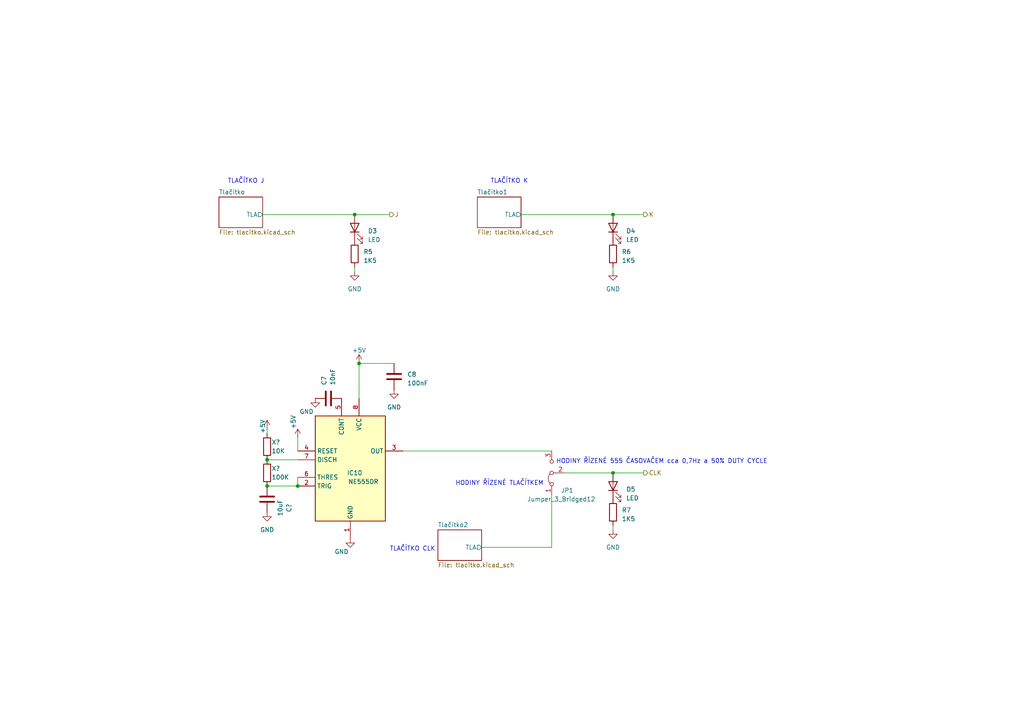
<source format=kicad_sch>
(kicad_sch
	(version 20231120)
	(generator "eeschema")
	(generator_version "8.0")
	(uuid "dec9c981-b85c-4487-8631-5b3443ab4a02")
	(paper "A4")
	(lib_symbols
		(symbol "AAAAAAAAAA:NE555DR"
			(exclude_from_sim no)
			(in_bom yes)
			(on_board yes)
			(property "Reference" "IC"
				(at 26.67 15.24 0)
				(effects
					(font
						(size 1.27 1.27)
					)
					(justify left top)
				)
			)
			(property "Value" "NE555DR"
				(at 26.67 12.7 0)
				(effects
					(font
						(size 1.27 1.27)
					)
					(justify left top)
				)
			)
			(property "Footprint" "SOIC127P600X175-8N"
				(at 26.67 -87.3 0)
				(effects
					(font
						(size 1.27 1.27)
					)
					(justify left top)
					(hide yes)
				)
			)
			(property "Datasheet" "https://g.componentsearchengine.com/Datasheets/0/6648.pdf"
				(at 26.67 -187.3 0)
				(effects
					(font
						(size 1.27 1.27)
					)
					(justify left top)
					(hide yes)
				)
			)
			(property "Description" "Single Precision Timer"
				(at 0 0 0)
				(effects
					(font
						(size 1.27 1.27)
					)
					(hide yes)
				)
			)
			(property "Height" "1.75"
				(at 26.67 -387.3 0)
				(effects
					(font
						(size 1.27 1.27)
					)
					(justify left top)
					(hide yes)
				)
			)
			(property "TME Electronic Components Part Number" ""
				(at 26.67 -487.3 0)
				(effects
					(font
						(size 1.27 1.27)
					)
					(justify left top)
					(hide yes)
				)
			)
			(property "TME Electronic Components Price/Stock" ""
				(at 26.67 -587.3 0)
				(effects
					(font
						(size 1.27 1.27)
					)
					(justify left top)
					(hide yes)
				)
			)
			(property "Manufacturer_Name" "Texas Instruments"
				(at 26.67 -687.3 0)
				(effects
					(font
						(size 1.27 1.27)
					)
					(justify left top)
					(hide yes)
				)
			)
			(property "Manufacturer_Part_Number" "NE555DR"
				(at 26.67 -787.3 0)
				(effects
					(font
						(size 1.27 1.27)
					)
					(justify left top)
					(hide yes)
				)
			)
			(symbol "NE555DR_1_1"
				(rectangle
					(start 5.08 10.16)
					(end 25.4 -20.32)
					(stroke
						(width 0.254)
						(type default)
					)
					(fill
						(type background)
					)
				)
				(pin passive line
					(at 15.24 -25.4 90)
					(length 5.08)
					(name "GND"
						(effects
							(font
								(size 1.27 1.27)
							)
						)
					)
					(number "1"
						(effects
							(font
								(size 1.27 1.27)
							)
						)
					)
				)
				(pin passive line
					(at 0 -10.16 0)
					(length 5.08)
					(name "TRIG"
						(effects
							(font
								(size 1.27 1.27)
							)
						)
					)
					(number "2"
						(effects
							(font
								(size 1.27 1.27)
							)
						)
					)
				)
				(pin passive line
					(at 30.48 0 180)
					(length 5.08)
					(name "OUT"
						(effects
							(font
								(size 1.27 1.27)
							)
						)
					)
					(number "3"
						(effects
							(font
								(size 1.27 1.27)
							)
						)
					)
				)
				(pin passive line
					(at 0 0 0)
					(length 5.08)
					(name "RESET"
						(effects
							(font
								(size 1.27 1.27)
							)
						)
					)
					(number "4"
						(effects
							(font
								(size 1.27 1.27)
							)
						)
					)
				)
				(pin passive line
					(at 12.7 15.24 270)
					(length 5.08)
					(name "CONT"
						(effects
							(font
								(size 1.27 1.27)
							)
						)
					)
					(number "5"
						(effects
							(font
								(size 1.27 1.27)
							)
						)
					)
				)
				(pin passive line
					(at 0 -7.62 0)
					(length 5.08)
					(name "THRES"
						(effects
							(font
								(size 1.27 1.27)
							)
						)
					)
					(number "6"
						(effects
							(font
								(size 1.27 1.27)
							)
						)
					)
				)
				(pin passive line
					(at 0 -2.54 0)
					(length 5.08)
					(name "DISCH"
						(effects
							(font
								(size 1.27 1.27)
							)
						)
					)
					(number "7"
						(effects
							(font
								(size 1.27 1.27)
							)
						)
					)
				)
				(pin passive line
					(at 17.78 15.24 270)
					(length 5.08)
					(name "VCC"
						(effects
							(font
								(size 1.27 1.27)
							)
						)
					)
					(number "8"
						(effects
							(font
								(size 1.27 1.27)
							)
						)
					)
				)
			)
		)
		(symbol "Device:C"
			(pin_numbers hide)
			(pin_names
				(offset 0.254)
			)
			(exclude_from_sim no)
			(in_bom yes)
			(on_board yes)
			(property "Reference" "C"
				(at 0.635 2.54 0)
				(effects
					(font
						(size 1.27 1.27)
					)
					(justify left)
				)
			)
			(property "Value" "C"
				(at 0.635 -2.54 0)
				(effects
					(font
						(size 1.27 1.27)
					)
					(justify left)
				)
			)
			(property "Footprint" ""
				(at 0.9652 -3.81 0)
				(effects
					(font
						(size 1.27 1.27)
					)
					(hide yes)
				)
			)
			(property "Datasheet" "~"
				(at 0 0 0)
				(effects
					(font
						(size 1.27 1.27)
					)
					(hide yes)
				)
			)
			(property "Description" "Unpolarized capacitor"
				(at 0 0 0)
				(effects
					(font
						(size 1.27 1.27)
					)
					(hide yes)
				)
			)
			(property "ki_keywords" "cap capacitor"
				(at 0 0 0)
				(effects
					(font
						(size 1.27 1.27)
					)
					(hide yes)
				)
			)
			(property "ki_fp_filters" "C_*"
				(at 0 0 0)
				(effects
					(font
						(size 1.27 1.27)
					)
					(hide yes)
				)
			)
			(symbol "C_0_1"
				(polyline
					(pts
						(xy -2.032 -0.762) (xy 2.032 -0.762)
					)
					(stroke
						(width 0.508)
						(type default)
					)
					(fill
						(type none)
					)
				)
				(polyline
					(pts
						(xy -2.032 0.762) (xy 2.032 0.762)
					)
					(stroke
						(width 0.508)
						(type default)
					)
					(fill
						(type none)
					)
				)
			)
			(symbol "C_1_1"
				(pin passive line
					(at 0 3.81 270)
					(length 2.794)
					(name "~"
						(effects
							(font
								(size 1.27 1.27)
							)
						)
					)
					(number "1"
						(effects
							(font
								(size 1.27 1.27)
							)
						)
					)
				)
				(pin passive line
					(at 0 -3.81 90)
					(length 2.794)
					(name "~"
						(effects
							(font
								(size 1.27 1.27)
							)
						)
					)
					(number "2"
						(effects
							(font
								(size 1.27 1.27)
							)
						)
					)
				)
			)
		)
		(symbol "Device:LED"
			(pin_numbers hide)
			(pin_names
				(offset 1.016) hide)
			(exclude_from_sim no)
			(in_bom yes)
			(on_board yes)
			(property "Reference" "D"
				(at 0 2.54 0)
				(effects
					(font
						(size 1.27 1.27)
					)
				)
			)
			(property "Value" "LED"
				(at 0 -2.54 0)
				(effects
					(font
						(size 1.27 1.27)
					)
				)
			)
			(property "Footprint" ""
				(at 0 0 0)
				(effects
					(font
						(size 1.27 1.27)
					)
					(hide yes)
				)
			)
			(property "Datasheet" "~"
				(at 0 0 0)
				(effects
					(font
						(size 1.27 1.27)
					)
					(hide yes)
				)
			)
			(property "Description" "Light emitting diode"
				(at 0 0 0)
				(effects
					(font
						(size 1.27 1.27)
					)
					(hide yes)
				)
			)
			(property "ki_keywords" "LED diode"
				(at 0 0 0)
				(effects
					(font
						(size 1.27 1.27)
					)
					(hide yes)
				)
			)
			(property "ki_fp_filters" "LED* LED_SMD:* LED_THT:*"
				(at 0 0 0)
				(effects
					(font
						(size 1.27 1.27)
					)
					(hide yes)
				)
			)
			(symbol "LED_0_1"
				(polyline
					(pts
						(xy -1.27 -1.27) (xy -1.27 1.27)
					)
					(stroke
						(width 0.254)
						(type default)
					)
					(fill
						(type none)
					)
				)
				(polyline
					(pts
						(xy -1.27 0) (xy 1.27 0)
					)
					(stroke
						(width 0)
						(type default)
					)
					(fill
						(type none)
					)
				)
				(polyline
					(pts
						(xy 1.27 -1.27) (xy 1.27 1.27) (xy -1.27 0) (xy 1.27 -1.27)
					)
					(stroke
						(width 0.254)
						(type default)
					)
					(fill
						(type none)
					)
				)
				(polyline
					(pts
						(xy -3.048 -0.762) (xy -4.572 -2.286) (xy -3.81 -2.286) (xy -4.572 -2.286) (xy -4.572 -1.524)
					)
					(stroke
						(width 0)
						(type default)
					)
					(fill
						(type none)
					)
				)
				(polyline
					(pts
						(xy -1.778 -0.762) (xy -3.302 -2.286) (xy -2.54 -2.286) (xy -3.302 -2.286) (xy -3.302 -1.524)
					)
					(stroke
						(width 0)
						(type default)
					)
					(fill
						(type none)
					)
				)
			)
			(symbol "LED_1_1"
				(pin passive line
					(at -3.81 0 0)
					(length 2.54)
					(name "K"
						(effects
							(font
								(size 1.27 1.27)
							)
						)
					)
					(number "1"
						(effects
							(font
								(size 1.27 1.27)
							)
						)
					)
				)
				(pin passive line
					(at 3.81 0 180)
					(length 2.54)
					(name "A"
						(effects
							(font
								(size 1.27 1.27)
							)
						)
					)
					(number "2"
						(effects
							(font
								(size 1.27 1.27)
							)
						)
					)
				)
			)
		)
		(symbol "Device:R"
			(pin_numbers hide)
			(pin_names
				(offset 0)
			)
			(exclude_from_sim no)
			(in_bom yes)
			(on_board yes)
			(property "Reference" "R"
				(at 2.032 0 90)
				(effects
					(font
						(size 1.27 1.27)
					)
				)
			)
			(property "Value" "R"
				(at 0 0 90)
				(effects
					(font
						(size 1.27 1.27)
					)
				)
			)
			(property "Footprint" ""
				(at -1.778 0 90)
				(effects
					(font
						(size 1.27 1.27)
					)
					(hide yes)
				)
			)
			(property "Datasheet" "~"
				(at 0 0 0)
				(effects
					(font
						(size 1.27 1.27)
					)
					(hide yes)
				)
			)
			(property "Description" "Resistor"
				(at 0 0 0)
				(effects
					(font
						(size 1.27 1.27)
					)
					(hide yes)
				)
			)
			(property "ki_keywords" "R res resistor"
				(at 0 0 0)
				(effects
					(font
						(size 1.27 1.27)
					)
					(hide yes)
				)
			)
			(property "ki_fp_filters" "R_*"
				(at 0 0 0)
				(effects
					(font
						(size 1.27 1.27)
					)
					(hide yes)
				)
			)
			(symbol "R_0_1"
				(rectangle
					(start -1.016 -2.54)
					(end 1.016 2.54)
					(stroke
						(width 0.254)
						(type default)
					)
					(fill
						(type none)
					)
				)
			)
			(symbol "R_1_1"
				(pin passive line
					(at 0 3.81 270)
					(length 1.27)
					(name "~"
						(effects
							(font
								(size 1.27 1.27)
							)
						)
					)
					(number "1"
						(effects
							(font
								(size 1.27 1.27)
							)
						)
					)
				)
				(pin passive line
					(at 0 -3.81 90)
					(length 1.27)
					(name "~"
						(effects
							(font
								(size 1.27 1.27)
							)
						)
					)
					(number "2"
						(effects
							(font
								(size 1.27 1.27)
							)
						)
					)
				)
			)
		)
		(symbol "GND_1"
			(power)
			(pin_names
				(offset 0)
			)
			(exclude_from_sim no)
			(in_bom yes)
			(on_board yes)
			(property "Reference" "#PWR"
				(at 0 -6.35 0)
				(effects
					(font
						(size 1.27 1.27)
					)
					(hide yes)
				)
			)
			(property "Value" "GND_1"
				(at 0 -3.81 0)
				(effects
					(font
						(size 1.27 1.27)
					)
				)
			)
			(property "Footprint" ""
				(at 0 0 0)
				(effects
					(font
						(size 1.27 1.27)
					)
					(hide yes)
				)
			)
			(property "Datasheet" ""
				(at 0 0 0)
				(effects
					(font
						(size 1.27 1.27)
					)
					(hide yes)
				)
			)
			(property "Description" "Power symbol creates a global label with name \"GND\" , ground"
				(at 0 0 0)
				(effects
					(font
						(size 1.27 1.27)
					)
					(hide yes)
				)
			)
			(property "ki_keywords" "global power"
				(at 0 0 0)
				(effects
					(font
						(size 1.27 1.27)
					)
					(hide yes)
				)
			)
			(symbol "GND_1_0_1"
				(polyline
					(pts
						(xy 0 0) (xy 0 -1.27) (xy 1.27 -1.27) (xy 0 -2.54) (xy -1.27 -1.27) (xy 0 -1.27)
					)
					(stroke
						(width 0)
						(type default)
					)
					(fill
						(type none)
					)
				)
			)
			(symbol "GND_1_1_1"
				(pin power_in line
					(at 0 0 270)
					(length 0) hide
					(name "GND"
						(effects
							(font
								(size 1.27 1.27)
							)
						)
					)
					(number "1"
						(effects
							(font
								(size 1.27 1.27)
							)
						)
					)
				)
			)
		)
		(symbol "Jumper:Jumper_3_Bridged12"
			(pin_names
				(offset 0) hide)
			(exclude_from_sim no)
			(in_bom yes)
			(on_board yes)
			(property "Reference" "JP"
				(at -2.54 -2.54 0)
				(effects
					(font
						(size 1.27 1.27)
					)
				)
			)
			(property "Value" "Jumper_3_Bridged12"
				(at 0 2.794 0)
				(effects
					(font
						(size 1.27 1.27)
					)
				)
			)
			(property "Footprint" ""
				(at 0 0 0)
				(effects
					(font
						(size 1.27 1.27)
					)
					(hide yes)
				)
			)
			(property "Datasheet" "~"
				(at 0 0 0)
				(effects
					(font
						(size 1.27 1.27)
					)
					(hide yes)
				)
			)
			(property "Description" "Jumper, 3-pole, pins 1+2 closed/bridged"
				(at 0 0 0)
				(effects
					(font
						(size 1.27 1.27)
					)
					(hide yes)
				)
			)
			(property "ki_keywords" "Jumper SPDT"
				(at 0 0 0)
				(effects
					(font
						(size 1.27 1.27)
					)
					(hide yes)
				)
			)
			(property "ki_fp_filters" "Jumper* TestPoint*3Pads* TestPoint*Bridge*"
				(at 0 0 0)
				(effects
					(font
						(size 1.27 1.27)
					)
					(hide yes)
				)
			)
			(symbol "Jumper_3_Bridged12_0_0"
				(circle
					(center -3.302 0)
					(radius 0.508)
					(stroke
						(width 0)
						(type default)
					)
					(fill
						(type none)
					)
				)
				(circle
					(center 0 0)
					(radius 0.508)
					(stroke
						(width 0)
						(type default)
					)
					(fill
						(type none)
					)
				)
				(circle
					(center 3.302 0)
					(radius 0.508)
					(stroke
						(width 0)
						(type default)
					)
					(fill
						(type none)
					)
				)
			)
			(symbol "Jumper_3_Bridged12_0_1"
				(arc
					(start -0.254 0.508)
					(mid -1.651 0.9912)
					(end -3.048 0.508)
					(stroke
						(width 0)
						(type default)
					)
					(fill
						(type none)
					)
				)
				(polyline
					(pts
						(xy 0 -1.27) (xy 0 -0.508)
					)
					(stroke
						(width 0)
						(type default)
					)
					(fill
						(type none)
					)
				)
			)
			(symbol "Jumper_3_Bridged12_1_1"
				(pin passive line
					(at -6.35 0 0)
					(length 2.54)
					(name "A"
						(effects
							(font
								(size 1.27 1.27)
							)
						)
					)
					(number "1"
						(effects
							(font
								(size 1.27 1.27)
							)
						)
					)
				)
				(pin passive line
					(at 0 -3.81 90)
					(length 2.54)
					(name "C"
						(effects
							(font
								(size 1.27 1.27)
							)
						)
					)
					(number "2"
						(effects
							(font
								(size 1.27 1.27)
							)
						)
					)
				)
				(pin passive line
					(at 6.35 0 180)
					(length 2.54)
					(name "B"
						(effects
							(font
								(size 1.27 1.27)
							)
						)
					)
					(number "3"
						(effects
							(font
								(size 1.27 1.27)
							)
						)
					)
				)
			)
		)
		(symbol "power:+5V"
			(power)
			(pin_names
				(offset 0)
			)
			(exclude_from_sim no)
			(in_bom yes)
			(on_board yes)
			(property "Reference" "#PWR"
				(at 0 -3.81 0)
				(effects
					(font
						(size 1.27 1.27)
					)
					(hide yes)
				)
			)
			(property "Value" "+5V"
				(at 0 3.556 0)
				(effects
					(font
						(size 1.27 1.27)
					)
				)
			)
			(property "Footprint" ""
				(at 0 0 0)
				(effects
					(font
						(size 1.27 1.27)
					)
					(hide yes)
				)
			)
			(property "Datasheet" ""
				(at 0 0 0)
				(effects
					(font
						(size 1.27 1.27)
					)
					(hide yes)
				)
			)
			(property "Description" "Power symbol creates a global label with name \"+5V\""
				(at 0 0 0)
				(effects
					(font
						(size 1.27 1.27)
					)
					(hide yes)
				)
			)
			(property "ki_keywords" "global power"
				(at 0 0 0)
				(effects
					(font
						(size 1.27 1.27)
					)
					(hide yes)
				)
			)
			(symbol "+5V_0_1"
				(polyline
					(pts
						(xy -0.762 1.27) (xy 0 2.54)
					)
					(stroke
						(width 0)
						(type default)
					)
					(fill
						(type none)
					)
				)
				(polyline
					(pts
						(xy 0 0) (xy 0 2.54)
					)
					(stroke
						(width 0)
						(type default)
					)
					(fill
						(type none)
					)
				)
				(polyline
					(pts
						(xy 0 2.54) (xy 0.762 1.27)
					)
					(stroke
						(width 0)
						(type default)
					)
					(fill
						(type none)
					)
				)
			)
			(symbol "+5V_1_1"
				(pin power_in line
					(at 0 0 90)
					(length 0) hide
					(name "+5V"
						(effects
							(font
								(size 1.27 1.27)
							)
						)
					)
					(number "1"
						(effects
							(font
								(size 1.27 1.27)
							)
						)
					)
				)
			)
		)
		(symbol "power:GND"
			(power)
			(pin_names
				(offset 0)
			)
			(exclude_from_sim no)
			(in_bom yes)
			(on_board yes)
			(property "Reference" "#PWR"
				(at 0 -6.35 0)
				(effects
					(font
						(size 1.27 1.27)
					)
					(hide yes)
				)
			)
			(property "Value" "GND"
				(at 0 -3.81 0)
				(effects
					(font
						(size 1.27 1.27)
					)
				)
			)
			(property "Footprint" ""
				(at 0 0 0)
				(effects
					(font
						(size 1.27 1.27)
					)
					(hide yes)
				)
			)
			(property "Datasheet" ""
				(at 0 0 0)
				(effects
					(font
						(size 1.27 1.27)
					)
					(hide yes)
				)
			)
			(property "Description" "Power symbol creates a global label with name \"GND\" , ground"
				(at 0 0 0)
				(effects
					(font
						(size 1.27 1.27)
					)
					(hide yes)
				)
			)
			(property "ki_keywords" "global power"
				(at 0 0 0)
				(effects
					(font
						(size 1.27 1.27)
					)
					(hide yes)
				)
			)
			(symbol "GND_0_1"
				(polyline
					(pts
						(xy 0 0) (xy 0 -1.27) (xy 1.27 -1.27) (xy 0 -2.54) (xy -1.27 -1.27) (xy 0 -1.27)
					)
					(stroke
						(width 0)
						(type default)
					)
					(fill
						(type none)
					)
				)
			)
			(symbol "GND_1_1"
				(pin power_in line
					(at 0 0 270)
					(length 0) hide
					(name "GND"
						(effects
							(font
								(size 1.27 1.27)
							)
						)
					)
					(number "1"
						(effects
							(font
								(size 1.27 1.27)
							)
						)
					)
				)
			)
		)
	)
	(junction
		(at 86.36 140.97)
		(diameter 0)
		(color 0 0 0 0)
		(uuid "0f831db6-4c8a-4b7a-8b26-ee0466f26c6c")
	)
	(junction
		(at 177.8 62.23)
		(diameter 0)
		(color 0 0 0 0)
		(uuid "257e05f8-7308-47c1-a62c-d7c3717ccc31")
	)
	(junction
		(at 102.87 62.23)
		(diameter 0)
		(color 0 0 0 0)
		(uuid "57c452fc-cd2a-4027-b62c-4a7ebb47f134")
	)
	(junction
		(at 77.47 133.35)
		(diameter 0)
		(color 0 0 0 0)
		(uuid "6530478d-de91-4d69-9cb7-06ca941e02bc")
	)
	(junction
		(at 104.14 105.41)
		(diameter 0)
		(color 0 0 0 0)
		(uuid "694f2e8e-caf8-4c57-8cab-8062200c75f6")
	)
	(junction
		(at 77.47 140.97)
		(diameter 0)
		(color 0 0 0 0)
		(uuid "c6f8d2cf-5623-4043-8921-061263929969")
	)
	(junction
		(at 177.8 137.16)
		(diameter 0)
		(color 0 0 0 0)
		(uuid "d9613b90-593f-4307-9c1c-66f9fc49a518")
	)
	(wire
		(pts
			(xy 116.84 130.81) (xy 160.02 130.81)
		)
		(stroke
			(width 0)
			(type default)
		)
		(uuid "10c80c19-2a99-4d26-9cfe-1f7d4540ee0d")
	)
	(wire
		(pts
			(xy 163.83 137.16) (xy 177.8 137.16)
		)
		(stroke
			(width 0)
			(type default)
		)
		(uuid "3461600c-7fa2-440e-90d9-550a56b2be92")
	)
	(wire
		(pts
			(xy 77.47 124.46) (xy 77.47 125.73)
		)
		(stroke
			(width 0)
			(type default)
		)
		(uuid "3acba918-d222-42af-8d51-411d1bc7db1f")
	)
	(wire
		(pts
			(xy 151.13 62.23) (xy 177.8 62.23)
		)
		(stroke
			(width 0)
			(type default)
		)
		(uuid "5847714d-a7b5-4ad9-9e9e-af13badd953a")
	)
	(wire
		(pts
			(xy 77.47 133.35) (xy 86.36 133.35)
		)
		(stroke
			(width 0)
			(type default)
		)
		(uuid "6664db4f-45b3-4508-8133-d642ef12f7e8")
	)
	(wire
		(pts
			(xy 177.8 78.74) (xy 177.8 77.47)
		)
		(stroke
			(width 0)
			(type default)
		)
		(uuid "74b524ed-3f6f-4f6a-86d0-229ecf9e6db7")
	)
	(wire
		(pts
			(xy 102.87 62.23) (xy 113.03 62.23)
		)
		(stroke
			(width 0)
			(type default)
		)
		(uuid "74cc35e9-00df-4943-9854-ad3caf319333")
	)
	(wire
		(pts
			(xy 177.8 62.23) (xy 186.69 62.23)
		)
		(stroke
			(width 0)
			(type default)
		)
		(uuid "7b4fe8d7-4d8f-4dbc-98d6-aa70c10c6dfc")
	)
	(wire
		(pts
			(xy 104.14 105.41) (xy 114.3 105.41)
		)
		(stroke
			(width 0)
			(type default)
		)
		(uuid "7f7cb521-7483-4de0-9886-f69041890c02")
	)
	(wire
		(pts
			(xy 177.8 137.16) (xy 186.69 137.16)
		)
		(stroke
			(width 0)
			(type default)
		)
		(uuid "8142441f-6cc5-4a2e-9bae-e0f7bdf60d76")
	)
	(wire
		(pts
			(xy 104.14 105.41) (xy 104.14 115.57)
		)
		(stroke
			(width 0)
			(type default)
		)
		(uuid "83db3652-1941-4156-a0b6-4f25ec725072")
	)
	(wire
		(pts
			(xy 160.02 143.51) (xy 160.02 158.75)
		)
		(stroke
			(width 0)
			(type default)
		)
		(uuid "9c27a89d-3980-43e1-a7d0-9b30022c2601")
	)
	(wire
		(pts
			(xy 77.47 140.97) (xy 86.36 140.97)
		)
		(stroke
			(width 0)
			(type default)
		)
		(uuid "a31082ec-f7e7-4e43-a023-9cb5cf9f9722")
	)
	(wire
		(pts
			(xy 86.36 127) (xy 86.36 130.81)
		)
		(stroke
			(width 0)
			(type default)
		)
		(uuid "a585f2fc-991a-4865-97a7-307e0c7960f4")
	)
	(wire
		(pts
			(xy 139.7 158.75) (xy 160.02 158.75)
		)
		(stroke
			(width 0)
			(type default)
		)
		(uuid "aaa486f4-85cf-43c1-8be6-17c3d41a09d2")
	)
	(wire
		(pts
			(xy 86.36 138.43) (xy 86.36 140.97)
		)
		(stroke
			(width 0)
			(type default)
		)
		(uuid "b0ca7a34-4c92-4e78-b391-14a5a9fd1cd9")
	)
	(wire
		(pts
			(xy 177.8 153.67) (xy 177.8 152.4)
		)
		(stroke
			(width 0)
			(type default)
		)
		(uuid "c7501f05-849f-40e1-8add-935b385438b4")
	)
	(wire
		(pts
			(xy 76.2 62.23) (xy 102.87 62.23)
		)
		(stroke
			(width 0)
			(type default)
		)
		(uuid "d5b30f36-a587-44d2-9fb4-622d573135bf")
	)
	(wire
		(pts
			(xy 102.87 78.74) (xy 102.87 77.47)
		)
		(stroke
			(width 0)
			(type default)
		)
		(uuid "fefac722-a071-4e8e-a570-995928793e62")
	)
	(text "HODINY ŘÍZENÉ 555 ČASOVAČEM cca 0,7Hz a 50% DUTY CYCLE"
		(exclude_from_sim no)
		(at 161.29 134.62 0)
		(effects
			(font
				(size 1.27 1.27)
			)
			(justify left bottom)
		)
		(uuid "159038b3-4c1d-4966-9a84-a084d6dd2989")
	)
	(text "TLAČÍTKO K"
		(exclude_from_sim no)
		(at 142.24 53.34 0)
		(effects
			(font
				(size 1.27 1.27)
			)
			(justify left bottom)
		)
		(uuid "3bd686bf-f266-4bcb-9478-1a9893947a82")
	)
	(text "HODINY ŘÍZENÉ TLAČÍTKEM"
		(exclude_from_sim no)
		(at 132.08 140.97 0)
		(effects
			(font
				(size 1.27 1.27)
			)
			(justify left bottom)
		)
		(uuid "5c186cd8-20c2-481c-8351-ed882afad62b")
	)
	(text "TLAČÍTKO J"
		(exclude_from_sim no)
		(at 66.04 53.34 0)
		(effects
			(font
				(size 1.27 1.27)
			)
			(justify left bottom)
		)
		(uuid "cb26ed6e-444f-4f1e-bfb6-6dd4e428af2e")
	)
	(text "TLAČÍTKO CLK"
		(exclude_from_sim no)
		(at 113.03 160.02 0)
		(effects
			(font
				(size 1.27 1.27)
			)
			(justify left bottom)
		)
		(uuid "e87117f4-e640-41a9-b9a6-71247b6dbe22")
	)
	(hierarchical_label "J"
		(shape output)
		(at 113.03 62.23 0)
		(fields_autoplaced yes)
		(effects
			(font
				(size 1.27 1.27)
			)
			(justify left)
		)
		(uuid "2378dd36-5a90-48e0-8f78-722e8c27b1c8")
	)
	(hierarchical_label "K"
		(shape output)
		(at 186.69 62.23 0)
		(fields_autoplaced yes)
		(effects
			(font
				(size 1.27 1.27)
			)
			(justify left)
		)
		(uuid "c6b8136a-b88e-4504-b7c2-093379fe9196")
	)
	(hierarchical_label "CLK"
		(shape output)
		(at 186.69 137.16 0)
		(fields_autoplaced yes)
		(effects
			(font
				(size 1.27 1.27)
			)
			(justify left)
		)
		(uuid "d78d377f-4817-4e77-80ed-ac6966f3d778")
	)
	(symbol
		(lib_id "Device:R")
		(at 77.47 137.16 180)
		(unit 1)
		(exclude_from_sim no)
		(in_bom yes)
		(on_board yes)
		(dnp no)
		(uuid "0cc912d2-0e83-43b3-9de1-ead4496b845b")
		(property "Reference" "X?"
			(at 80.01 135.89 0)
			(effects
				(font
					(size 1.27 1.27)
				)
			)
		)
		(property "Value" "100K"
			(at 78.74 138.43 0)
			(effects
				(font
					(size 1.27 1.27)
				)
				(justify right)
			)
		)
		(property "Footprint" "Resistor_SMD:R_1206_3216Metric"
			(at 79.248 137.16 90)
			(effects
				(font
					(size 1.27 1.27)
				)
				(hide yes)
			)
		)
		(property "Datasheet" "~"
			(at 77.47 137.16 0)
			(effects
				(font
					(size 1.27 1.27)
				)
				(hide yes)
			)
		)
		(property "Description" ""
			(at 77.47 137.16 0)
			(effects
				(font
					(size 1.27 1.27)
				)
				(hide yes)
			)
		)
		(pin "1"
			(uuid "b53a3c82-4d78-4c42-b35a-01283b558e40")
		)
		(pin "2"
			(uuid "773b9e8a-a947-4238-bddb-b113d567e33a")
		)
		(instances
			(project "katalog"
				(path "/13493232-959c-464b-b5f0-fef1f653d4f4"
					(reference "X?")
					(unit 1)
				)
			)
			(project "256JKFF"
				(path "/56463b8e-670e-41df-bd3a-314161dc4bc4/2a804e11-492b-41fe-9d8f-08bccac5cc4a"
					(reference "R4")
					(unit 1)
				)
			)
		)
	)
	(symbol
		(lib_id "Device:C")
		(at 77.47 144.78 180)
		(unit 1)
		(exclude_from_sim no)
		(in_bom yes)
		(on_board yes)
		(dnp no)
		(uuid "2f849327-9dd8-4153-b55a-ed9c1ec3a8de")
		(property "Reference" "C?"
			(at 83.82 147.32 90)
			(effects
				(font
					(size 1.27 1.27)
				)
			)
		)
		(property "Value" "10uF"
			(at 81.28 147.32 90)
			(effects
				(font
					(size 1.27 1.27)
				)
			)
		)
		(property "Footprint" "Capacitor_THT:CP_Radial_D4.0mm_P2.00mm"
			(at 76.5048 140.97 0)
			(effects
				(font
					(size 1.27 1.27)
				)
				(hide yes)
			)
		)
		(property "Datasheet" "~"
			(at 77.47 144.78 0)
			(effects
				(font
					(size 1.27 1.27)
				)
				(hide yes)
			)
		)
		(property "Description" ""
			(at 77.47 144.78 0)
			(effects
				(font
					(size 1.27 1.27)
				)
				(hide yes)
			)
		)
		(pin "1"
			(uuid "91aefdbf-ce03-4765-8a17-48e9797a755b")
		)
		(pin "2"
			(uuid "fab75f40-2aee-46c8-9bfd-00f195da358f")
		)
		(instances
			(project "katalog"
				(path "/13493232-959c-464b-b5f0-fef1f653d4f4"
					(reference "C?")
					(unit 1)
				)
			)
			(project "256JKFF"
				(path "/56463b8e-670e-41df-bd3a-314161dc4bc4/2a804e11-492b-41fe-9d8f-08bccac5cc4a"
					(reference "C6")
					(unit 1)
				)
			)
		)
	)
	(symbol
		(lib_id "power:GND")
		(at 114.3 113.03 0)
		(unit 1)
		(exclude_from_sim no)
		(in_bom yes)
		(on_board yes)
		(dnp no)
		(fields_autoplaced yes)
		(uuid "45292691-dbeb-406d-85a4-c233a9a51a69")
		(property "Reference" "#PWR027"
			(at 114.3 119.38 0)
			(effects
				(font
					(size 1.27 1.27)
				)
				(hide yes)
			)
		)
		(property "Value" "GND"
			(at 114.3 118.11 0)
			(effects
				(font
					(size 1.27 1.27)
				)
			)
		)
		(property "Footprint" ""
			(at 114.3 113.03 0)
			(effects
				(font
					(size 1.27 1.27)
				)
				(hide yes)
			)
		)
		(property "Datasheet" ""
			(at 114.3 113.03 0)
			(effects
				(font
					(size 1.27 1.27)
				)
				(hide yes)
			)
		)
		(property "Description" ""
			(at 114.3 113.03 0)
			(effects
				(font
					(size 1.27 1.27)
				)
				(hide yes)
			)
		)
		(pin "1"
			(uuid "f19a8466-3bef-449e-bde5-2b697460c692")
		)
		(instances
			(project "256JKFF"
				(path "/56463b8e-670e-41df-bd3a-314161dc4bc4/2a804e11-492b-41fe-9d8f-08bccac5cc4a"
					(reference "#PWR027")
					(unit 1)
				)
			)
		)
	)
	(symbol
		(lib_id "power:+5V")
		(at 77.47 124.46 0)
		(unit 1)
		(exclude_from_sim no)
		(in_bom yes)
		(on_board yes)
		(dnp no)
		(uuid "47f0ed7a-3c4e-4ea1-a143-e9dcf84ffc95")
		(property "Reference" "#PWR?"
			(at 77.47 128.27 0)
			(effects
				(font
					(size 1.27 1.27)
				)
				(hide yes)
			)
		)
		(property "Value" "+5V"
			(at 76.2 125.73 90)
			(effects
				(font
					(size 1.27 1.27)
				)
				(justify left)
			)
		)
		(property "Footprint" ""
			(at 77.47 124.46 0)
			(effects
				(font
					(size 1.27 1.27)
				)
				(hide yes)
			)
		)
		(property "Datasheet" ""
			(at 77.47 124.46 0)
			(effects
				(font
					(size 1.27 1.27)
				)
				(hide yes)
			)
		)
		(property "Description" ""
			(at 77.47 124.46 0)
			(effects
				(font
					(size 1.27 1.27)
				)
				(hide yes)
			)
		)
		(pin "1"
			(uuid "4d28965a-0a1c-4af8-841b-a8b4f1f8f54c")
		)
		(instances
			(project "katalog"
				(path "/13493232-959c-464b-b5f0-fef1f653d4f4"
					(reference "#PWR?")
					(unit 1)
				)
			)
			(project "256JKFF"
				(path "/56463b8e-670e-41df-bd3a-314161dc4bc4/2a804e11-492b-41fe-9d8f-08bccac5cc4a"
					(reference "#PWR020")
					(unit 1)
				)
			)
		)
	)
	(symbol
		(lib_id "AAAAAAAAAA:NE555DR")
		(at 86.36 130.81 0)
		(unit 1)
		(exclude_from_sim no)
		(in_bom yes)
		(on_board yes)
		(dnp no)
		(uuid "51e0ef8a-1be9-47da-b874-dd93850cba4a")
		(property "Reference" "IC10"
			(at 102.87 137.16 0)
			(effects
				(font
					(size 1.27 1.27)
				)
			)
		)
		(property "Value" "NE555DR"
			(at 105.41 139.7 0)
			(effects
				(font
					(size 1.27 1.27)
				)
			)
		)
		(property "Footprint" "AAAAAAAAA:SOIC127P600X175-8N"
			(at 113.03 218.11 0)
			(effects
				(font
					(size 1.27 1.27)
				)
				(justify left top)
				(hide yes)
			)
		)
		(property "Datasheet" "https://g.componentsearchengine.com/Datasheets/0/6648.pdf"
			(at 113.03 318.11 0)
			(effects
				(font
					(size 1.27 1.27)
				)
				(justify left top)
				(hide yes)
			)
		)
		(property "Description" ""
			(at 86.36 130.81 0)
			(effects
				(font
					(size 1.27 1.27)
				)
				(hide yes)
			)
		)
		(property "Height" "1.75"
			(at 113.03 518.11 0)
			(effects
				(font
					(size 1.27 1.27)
				)
				(justify left top)
				(hide yes)
			)
		)
		(property "TME Electronic Components Part Number" ""
			(at 113.03 618.11 0)
			(effects
				(font
					(size 1.27 1.27)
				)
				(justify left top)
				(hide yes)
			)
		)
		(property "TME Electronic Components Price/Stock" ""
			(at 113.03 718.11 0)
			(effects
				(font
					(size 1.27 1.27)
				)
				(justify left top)
				(hide yes)
			)
		)
		(property "Manufacturer_Name" "Texas Instruments"
			(at 113.03 818.11 0)
			(effects
				(font
					(size 1.27 1.27)
				)
				(justify left top)
				(hide yes)
			)
		)
		(property "Manufacturer_Part_Number" "NE555DR"
			(at 113.03 918.11 0)
			(effects
				(font
					(size 1.27 1.27)
				)
				(justify left top)
				(hide yes)
			)
		)
		(pin "1"
			(uuid "a22df66d-768c-44bd-ac39-f5c530c1983c")
		)
		(pin "2"
			(uuid "e8e27c39-9bca-45a7-ba1f-9216e2d5a9f5")
		)
		(pin "3"
			(uuid "2d510de4-4dd7-4b27-9eb1-6abfa9d6f2f6")
		)
		(pin "4"
			(uuid "836dcd93-4f4e-42fa-8090-e6db2ce6f5cf")
		)
		(pin "5"
			(uuid "27d81d29-f9d3-40bf-93b3-22c030cc23f6")
		)
		(pin "6"
			(uuid "1887b2c3-2c58-4671-a7c1-3ab678974a29")
		)
		(pin "7"
			(uuid "37ab2527-ea12-442a-84f0-0ba02c39be57")
		)
		(pin "8"
			(uuid "c40d9fc8-2af3-4d27-93d5-b88aa8500b45")
		)
		(instances
			(project "256JKFF"
				(path "/56463b8e-670e-41df-bd3a-314161dc4bc4/2a804e11-492b-41fe-9d8f-08bccac5cc4a"
					(reference "IC10")
					(unit 1)
				)
			)
		)
	)
	(symbol
		(lib_name "GND_1")
		(lib_id "power:GND")
		(at 77.47 148.59 0)
		(unit 1)
		(exclude_from_sim no)
		(in_bom yes)
		(on_board yes)
		(dnp no)
		(fields_autoplaced yes)
		(uuid "6487410c-6282-47ce-8ec3-cc4b610e9206")
		(property "Reference" "#PWR?"
			(at 77.47 154.94 0)
			(effects
				(font
					(size 1.27 1.27)
				)
				(hide yes)
			)
		)
		(property "Value" "GND"
			(at 77.47 153.67 0)
			(effects
				(font
					(size 1.27 1.27)
				)
			)
		)
		(property "Footprint" ""
			(at 77.47 148.59 0)
			(effects
				(font
					(size 1.27 1.27)
				)
				(hide yes)
			)
		)
		(property "Datasheet" ""
			(at 77.47 148.59 0)
			(effects
				(font
					(size 1.27 1.27)
				)
				(hide yes)
			)
		)
		(property "Description" ""
			(at 77.47 148.59 0)
			(effects
				(font
					(size 1.27 1.27)
				)
				(hide yes)
			)
		)
		(pin "1"
			(uuid "484fa242-82d0-4140-a7bd-b3d9914d7543")
		)
		(instances
			(project "katalog"
				(path "/13493232-959c-464b-b5f0-fef1f653d4f4"
					(reference "#PWR?")
					(unit 1)
				)
			)
			(project "256JKFF"
				(path "/56463b8e-670e-41df-bd3a-314161dc4bc4/2a804e11-492b-41fe-9d8f-08bccac5cc4a"
					(reference "#PWR021")
					(unit 1)
				)
			)
		)
	)
	(symbol
		(lib_id "power:+5V")
		(at 104.14 105.41 0)
		(unit 1)
		(exclude_from_sim no)
		(in_bom yes)
		(on_board yes)
		(dnp no)
		(uuid "69e42490-bbdb-454d-b679-53b11ae16c58")
		(property "Reference" "#PWR026"
			(at 104.14 109.22 0)
			(effects
				(font
					(size 1.27 1.27)
				)
				(hide yes)
			)
		)
		(property "Value" "+5V"
			(at 104.14 101.6 0)
			(effects
				(font
					(size 1.27 1.27)
				)
			)
		)
		(property "Footprint" ""
			(at 104.14 105.41 0)
			(effects
				(font
					(size 1.27 1.27)
				)
				(hide yes)
			)
		)
		(property "Datasheet" ""
			(at 104.14 105.41 0)
			(effects
				(font
					(size 1.27 1.27)
				)
				(hide yes)
			)
		)
		(property "Description" ""
			(at 104.14 105.41 0)
			(effects
				(font
					(size 1.27 1.27)
				)
				(hide yes)
			)
		)
		(pin "1"
			(uuid "8a0f8c52-b310-4020-a7dd-ae82022c65f4")
		)
		(instances
			(project "256JKFF"
				(path "/56463b8e-670e-41df-bd3a-314161dc4bc4/2a804e11-492b-41fe-9d8f-08bccac5cc4a"
					(reference "#PWR026")
					(unit 1)
				)
			)
		)
	)
	(symbol
		(lib_id "Device:R")
		(at 177.8 148.59 0)
		(unit 1)
		(exclude_from_sim no)
		(in_bom yes)
		(on_board yes)
		(dnp no)
		(fields_autoplaced yes)
		(uuid "74a3c110-fd85-41c0-a058-9078df2bdf9c")
		(property "Reference" "R7"
			(at 180.34 147.955 0)
			(effects
				(font
					(size 1.27 1.27)
				)
				(justify left)
			)
		)
		(property "Value" "1K5"
			(at 180.34 150.495 0)
			(effects
				(font
					(size 1.27 1.27)
				)
				(justify left)
			)
		)
		(property "Footprint" "Resistor_SMD:R_1206_3216Metric"
			(at 176.022 148.59 90)
			(effects
				(font
					(size 1.27 1.27)
				)
				(hide yes)
			)
		)
		(property "Datasheet" "~"
			(at 177.8 148.59 0)
			(effects
				(font
					(size 1.27 1.27)
				)
				(hide yes)
			)
		)
		(property "Description" ""
			(at 177.8 148.59 0)
			(effects
				(font
					(size 1.27 1.27)
				)
				(hide yes)
			)
		)
		(pin "1"
			(uuid "a4e305c5-614f-4cc1-869c-4ef21af8404c")
		)
		(pin "2"
			(uuid "45ee68b0-1a2f-4f96-8389-e383fd7d11ff")
		)
		(instances
			(project "256JKFF"
				(path "/56463b8e-670e-41df-bd3a-314161dc4bc4/2a804e11-492b-41fe-9d8f-08bccac5cc4a"
					(reference "R7")
					(unit 1)
				)
			)
		)
	)
	(symbol
		(lib_id "Device:C")
		(at 114.3 109.22 180)
		(unit 1)
		(exclude_from_sim no)
		(in_bom yes)
		(on_board yes)
		(dnp no)
		(fields_autoplaced yes)
		(uuid "7a1e3059-5fb9-486a-aea7-d8ac7697fcf5")
		(property "Reference" "C8"
			(at 118.11 108.585 0)
			(effects
				(font
					(size 1.27 1.27)
				)
				(justify right)
			)
		)
		(property "Value" "100nF"
			(at 118.11 111.125 0)
			(effects
				(font
					(size 1.27 1.27)
				)
				(justify right)
			)
		)
		(property "Footprint" "Capacitor_SMD:C_1206_3216Metric"
			(at 113.3348 105.41 0)
			(effects
				(font
					(size 1.27 1.27)
				)
				(hide yes)
			)
		)
		(property "Datasheet" "~"
			(at 114.3 109.22 0)
			(effects
				(font
					(size 1.27 1.27)
				)
				(hide yes)
			)
		)
		(property "Description" ""
			(at 114.3 109.22 0)
			(effects
				(font
					(size 1.27 1.27)
				)
				(hide yes)
			)
		)
		(pin "1"
			(uuid "28a8c752-596e-4d67-900a-3aa70b61a65b")
		)
		(pin "2"
			(uuid "41deb66e-d552-4d7c-afc0-c05078226370")
		)
		(instances
			(project "256JKFF"
				(path "/56463b8e-670e-41df-bd3a-314161dc4bc4/2a804e11-492b-41fe-9d8f-08bccac5cc4a"
					(reference "C8")
					(unit 1)
				)
			)
		)
	)
	(symbol
		(lib_id "power:GND")
		(at 177.8 153.67 0)
		(unit 1)
		(exclude_from_sim no)
		(in_bom yes)
		(on_board yes)
		(dnp no)
		(fields_autoplaced yes)
		(uuid "837fb9e5-a510-43f3-a810-8d2620ce8526")
		(property "Reference" "#PWR029"
			(at 177.8 160.02 0)
			(effects
				(font
					(size 1.27 1.27)
				)
				(hide yes)
			)
		)
		(property "Value" "GND"
			(at 177.8 158.75 0)
			(effects
				(font
					(size 1.27 1.27)
				)
			)
		)
		(property "Footprint" ""
			(at 177.8 153.67 0)
			(effects
				(font
					(size 1.27 1.27)
				)
				(hide yes)
			)
		)
		(property "Datasheet" ""
			(at 177.8 153.67 0)
			(effects
				(font
					(size 1.27 1.27)
				)
				(hide yes)
			)
		)
		(property "Description" ""
			(at 177.8 153.67 0)
			(effects
				(font
					(size 1.27 1.27)
				)
				(hide yes)
			)
		)
		(pin "1"
			(uuid "caca839d-39f0-4e1b-b9bb-5f322dda4d3b")
		)
		(instances
			(project "256JKFF"
				(path "/56463b8e-670e-41df-bd3a-314161dc4bc4/2a804e11-492b-41fe-9d8f-08bccac5cc4a"
					(reference "#PWR029")
					(unit 1)
				)
			)
		)
	)
	(symbol
		(lib_id "Device:R")
		(at 102.87 73.66 0)
		(unit 1)
		(exclude_from_sim no)
		(in_bom yes)
		(on_board yes)
		(dnp no)
		(fields_autoplaced yes)
		(uuid "8c515994-b564-417b-b0c2-3d53d117a51d")
		(property "Reference" "R5"
			(at 105.41 73.025 0)
			(effects
				(font
					(size 1.27 1.27)
				)
				(justify left)
			)
		)
		(property "Value" "1K5"
			(at 105.41 75.565 0)
			(effects
				(font
					(size 1.27 1.27)
				)
				(justify left)
			)
		)
		(property "Footprint" "Resistor_SMD:R_1206_3216Metric"
			(at 101.092 73.66 90)
			(effects
				(font
					(size 1.27 1.27)
				)
				(hide yes)
			)
		)
		(property "Datasheet" "~"
			(at 102.87 73.66 0)
			(effects
				(font
					(size 1.27 1.27)
				)
				(hide yes)
			)
		)
		(property "Description" ""
			(at 102.87 73.66 0)
			(effects
				(font
					(size 1.27 1.27)
				)
				(hide yes)
			)
		)
		(pin "1"
			(uuid "b03dd020-ccb7-41ad-8884-e31de3e23026")
		)
		(pin "2"
			(uuid "5b4e5e73-1df4-43df-a4c4-bfeb2742860f")
		)
		(instances
			(project "256JKFF"
				(path "/56463b8e-670e-41df-bd3a-314161dc4bc4/2a804e11-492b-41fe-9d8f-08bccac5cc4a"
					(reference "R5")
					(unit 1)
				)
			)
		)
	)
	(symbol
		(lib_id "Jumper:Jumper_3_Bridged12")
		(at 160.02 137.16 90)
		(unit 1)
		(exclude_from_sim no)
		(in_bom yes)
		(on_board yes)
		(dnp no)
		(uuid "a0a45ce2-d232-4a1b-88d9-9044a2d2e75b")
		(property "Reference" "JP1"
			(at 166.37 142.24 90)
			(effects
				(font
					(size 1.27 1.27)
				)
				(justify left)
			)
		)
		(property "Value" "Jumper_3_Bridged12"
			(at 172.72 144.78 90)
			(effects
				(font
					(size 1.27 1.27)
				)
				(justify left)
			)
		)
		(property "Footprint" "Connector_PinHeader_2.54mm:PinHeader_1x03_P2.54mm_Vertical"
			(at 160.02 137.16 0)
			(effects
				(font
					(size 1.27 1.27)
				)
				(hide yes)
			)
		)
		(property "Datasheet" "~"
			(at 160.02 137.16 0)
			(effects
				(font
					(size 1.27 1.27)
				)
				(hide yes)
			)
		)
		(property "Description" ""
			(at 160.02 137.16 0)
			(effects
				(font
					(size 1.27 1.27)
				)
				(hide yes)
			)
		)
		(pin "1"
			(uuid "6d800189-ab0d-4f22-a724-deeac5a7c575")
		)
		(pin "2"
			(uuid "94446c65-3319-4542-bd6a-125185f1a208")
		)
		(pin "3"
			(uuid "b656d3b8-2aed-48e2-966d-dc3b7952675d")
		)
		(instances
			(project "256JKFF"
				(path "/56463b8e-670e-41df-bd3a-314161dc4bc4/2a804e11-492b-41fe-9d8f-08bccac5cc4a"
					(reference "JP1")
					(unit 1)
				)
			)
		)
	)
	(symbol
		(lib_id "power:GND")
		(at 177.8 78.74 0)
		(unit 1)
		(exclude_from_sim no)
		(in_bom yes)
		(on_board yes)
		(dnp no)
		(fields_autoplaced yes)
		(uuid "a823e90c-ff2c-4b5a-8c07-570cf4cdcb6a")
		(property "Reference" "#PWR028"
			(at 177.8 85.09 0)
			(effects
				(font
					(size 1.27 1.27)
				)
				(hide yes)
			)
		)
		(property "Value" "GND"
			(at 177.8 83.82 0)
			(effects
				(font
					(size 1.27 1.27)
				)
			)
		)
		(property "Footprint" ""
			(at 177.8 78.74 0)
			(effects
				(font
					(size 1.27 1.27)
				)
				(hide yes)
			)
		)
		(property "Datasheet" ""
			(at 177.8 78.74 0)
			(effects
				(font
					(size 1.27 1.27)
				)
				(hide yes)
			)
		)
		(property "Description" ""
			(at 177.8 78.74 0)
			(effects
				(font
					(size 1.27 1.27)
				)
				(hide yes)
			)
		)
		(pin "1"
			(uuid "28b74b04-14a8-4990-83bb-29b083ce1332")
		)
		(instances
			(project "256JKFF"
				(path "/56463b8e-670e-41df-bd3a-314161dc4bc4/2a804e11-492b-41fe-9d8f-08bccac5cc4a"
					(reference "#PWR028")
					(unit 1)
				)
			)
		)
	)
	(symbol
		(lib_id "Device:LED")
		(at 177.8 66.04 90)
		(unit 1)
		(exclude_from_sim no)
		(in_bom yes)
		(on_board yes)
		(dnp no)
		(fields_autoplaced yes)
		(uuid "aacc95dd-7fe5-4d6b-92f8-8395211c165a")
		(property "Reference" "D4"
			(at 181.61 66.9925 90)
			(effects
				(font
					(size 1.27 1.27)
				)
				(justify right)
			)
		)
		(property "Value" "LED"
			(at 181.61 69.5325 90)
			(effects
				(font
					(size 1.27 1.27)
				)
				(justify right)
			)
		)
		(property "Footprint" "LED_SMD:LED_1206_3216Metric"
			(at 177.8 66.04 0)
			(effects
				(font
					(size 1.27 1.27)
				)
				(hide yes)
			)
		)
		(property "Datasheet" "~"
			(at 177.8 66.04 0)
			(effects
				(font
					(size 1.27 1.27)
				)
				(hide yes)
			)
		)
		(property "Description" ""
			(at 177.8 66.04 0)
			(effects
				(font
					(size 1.27 1.27)
				)
				(hide yes)
			)
		)
		(pin "1"
			(uuid "f4307f1e-37f6-46a6-b7d7-7366ebe3fa85")
		)
		(pin "2"
			(uuid "7d8c75e6-5115-436b-a0c8-ec6dab931adb")
		)
		(instances
			(project "256JKFF"
				(path "/56463b8e-670e-41df-bd3a-314161dc4bc4/2a804e11-492b-41fe-9d8f-08bccac5cc4a"
					(reference "D4")
					(unit 1)
				)
			)
		)
	)
	(symbol
		(lib_id "power:GND")
		(at 102.87 78.74 0)
		(unit 1)
		(exclude_from_sim no)
		(in_bom yes)
		(on_board yes)
		(dnp no)
		(fields_autoplaced yes)
		(uuid "aacca934-154f-499e-b79d-e4f8be38457c")
		(property "Reference" "#PWR025"
			(at 102.87 85.09 0)
			(effects
				(font
					(size 1.27 1.27)
				)
				(hide yes)
			)
		)
		(property "Value" "GND"
			(at 102.87 83.82 0)
			(effects
				(font
					(size 1.27 1.27)
				)
			)
		)
		(property "Footprint" ""
			(at 102.87 78.74 0)
			(effects
				(font
					(size 1.27 1.27)
				)
				(hide yes)
			)
		)
		(property "Datasheet" ""
			(at 102.87 78.74 0)
			(effects
				(font
					(size 1.27 1.27)
				)
				(hide yes)
			)
		)
		(property "Description" ""
			(at 102.87 78.74 0)
			(effects
				(font
					(size 1.27 1.27)
				)
				(hide yes)
			)
		)
		(pin "1"
			(uuid "547a5a09-478f-4e15-80ed-7103562cb5fa")
		)
		(instances
			(project "256JKFF"
				(path "/56463b8e-670e-41df-bd3a-314161dc4bc4/2a804e11-492b-41fe-9d8f-08bccac5cc4a"
					(reference "#PWR025")
					(unit 1)
				)
			)
		)
	)
	(symbol
		(lib_id "power:GND")
		(at 101.6 156.21 0)
		(unit 1)
		(exclude_from_sim no)
		(in_bom yes)
		(on_board yes)
		(dnp no)
		(uuid "ad6744a6-3aed-43f0-b3ba-7477fb3f2025")
		(property "Reference" "#PWR024"
			(at 101.6 162.56 0)
			(effects
				(font
					(size 1.27 1.27)
				)
				(hide yes)
			)
		)
		(property "Value" "GND"
			(at 99.06 160.02 0)
			(effects
				(font
					(size 1.27 1.27)
				)
			)
		)
		(property "Footprint" ""
			(at 101.6 156.21 0)
			(effects
				(font
					(size 1.27 1.27)
				)
				(hide yes)
			)
		)
		(property "Datasheet" ""
			(at 101.6 156.21 0)
			(effects
				(font
					(size 1.27 1.27)
				)
				(hide yes)
			)
		)
		(property "Description" ""
			(at 101.6 156.21 0)
			(effects
				(font
					(size 1.27 1.27)
				)
				(hide yes)
			)
		)
		(pin "1"
			(uuid "4e7b50fb-5119-4107-a9db-31c6a896f5d5")
		)
		(instances
			(project "256JKFF"
				(path "/56463b8e-670e-41df-bd3a-314161dc4bc4/2a804e11-492b-41fe-9d8f-08bccac5cc4a"
					(reference "#PWR024")
					(unit 1)
				)
			)
		)
	)
	(symbol
		(lib_id "Device:LED")
		(at 102.87 66.04 90)
		(unit 1)
		(exclude_from_sim no)
		(in_bom yes)
		(on_board yes)
		(dnp no)
		(fields_autoplaced yes)
		(uuid "ad6df5ed-5614-4096-a2d6-2904fd184d21")
		(property "Reference" "D3"
			(at 106.68 66.9925 90)
			(effects
				(font
					(size 1.27 1.27)
				)
				(justify right)
			)
		)
		(property "Value" "LED"
			(at 106.68 69.5325 90)
			(effects
				(font
					(size 1.27 1.27)
				)
				(justify right)
			)
		)
		(property "Footprint" "LED_SMD:LED_1206_3216Metric"
			(at 102.87 66.04 0)
			(effects
				(font
					(size 1.27 1.27)
				)
				(hide yes)
			)
		)
		(property "Datasheet" "~"
			(at 102.87 66.04 0)
			(effects
				(font
					(size 1.27 1.27)
				)
				(hide yes)
			)
		)
		(property "Description" ""
			(at 102.87 66.04 0)
			(effects
				(font
					(size 1.27 1.27)
				)
				(hide yes)
			)
		)
		(pin "1"
			(uuid "b8b52ac7-0228-4406-84cb-bcd4f87a96fe")
		)
		(pin "2"
			(uuid "c21d91a0-012a-4325-a6de-e29e1fe84006")
		)
		(instances
			(project "256JKFF"
				(path "/56463b8e-670e-41df-bd3a-314161dc4bc4/2a804e11-492b-41fe-9d8f-08bccac5cc4a"
					(reference "D3")
					(unit 1)
				)
			)
		)
	)
	(symbol
		(lib_id "power:+5V")
		(at 86.36 127 0)
		(unit 1)
		(exclude_from_sim no)
		(in_bom yes)
		(on_board yes)
		(dnp no)
		(uuid "b955b594-f246-446b-8902-0a355ffbc750")
		(property "Reference" "#PWR?"
			(at 86.36 130.81 0)
			(effects
				(font
					(size 1.27 1.27)
				)
				(hide yes)
			)
		)
		(property "Value" "+5V"
			(at 85.09 124.46 90)
			(effects
				(font
					(size 1.27 1.27)
				)
				(justify left)
			)
		)
		(property "Footprint" ""
			(at 86.36 127 0)
			(effects
				(font
					(size 1.27 1.27)
				)
				(hide yes)
			)
		)
		(property "Datasheet" ""
			(at 86.36 127 0)
			(effects
				(font
					(size 1.27 1.27)
				)
				(hide yes)
			)
		)
		(property "Description" ""
			(at 86.36 127 0)
			(effects
				(font
					(size 1.27 1.27)
				)
				(hide yes)
			)
		)
		(pin "1"
			(uuid "35f245eb-532d-4b74-8419-575830231d9d")
		)
		(instances
			(project "katalog"
				(path "/13493232-959c-464b-b5f0-fef1f653d4f4"
					(reference "#PWR?")
					(unit 1)
				)
			)
			(project "256JKFF"
				(path "/56463b8e-670e-41df-bd3a-314161dc4bc4/2a804e11-492b-41fe-9d8f-08bccac5cc4a"
					(reference "#PWR022")
					(unit 1)
				)
			)
		)
	)
	(symbol
		(lib_id "power:GND")
		(at 91.44 115.57 0)
		(unit 1)
		(exclude_from_sim no)
		(in_bom yes)
		(on_board yes)
		(dnp no)
		(uuid "c992057a-2c51-49b4-aa26-a4af52b5dc59")
		(property "Reference" "#PWR023"
			(at 91.44 121.92 0)
			(effects
				(font
					(size 1.27 1.27)
				)
				(hide yes)
			)
		)
		(property "Value" "GND"
			(at 88.9 119.38 0)
			(effects
				(font
					(size 1.27 1.27)
				)
			)
		)
		(property "Footprint" ""
			(at 91.44 115.57 0)
			(effects
				(font
					(size 1.27 1.27)
				)
				(hide yes)
			)
		)
		(property "Datasheet" ""
			(at 91.44 115.57 0)
			(effects
				(font
					(size 1.27 1.27)
				)
				(hide yes)
			)
		)
		(property "Description" ""
			(at 91.44 115.57 0)
			(effects
				(font
					(size 1.27 1.27)
				)
				(hide yes)
			)
		)
		(pin "1"
			(uuid "f34bcb7b-cd64-4ab1-a5d5-79aa1cbc1f5c")
		)
		(instances
			(project "256JKFF"
				(path "/56463b8e-670e-41df-bd3a-314161dc4bc4/2a804e11-492b-41fe-9d8f-08bccac5cc4a"
					(reference "#PWR023")
					(unit 1)
				)
			)
		)
	)
	(symbol
		(lib_id "Device:C")
		(at 95.25 115.57 90)
		(unit 1)
		(exclude_from_sim no)
		(in_bom yes)
		(on_board yes)
		(dnp no)
		(uuid "cc57012a-f12b-4a04-9465-d3dfe998ad7a")
		(property "Reference" "C7"
			(at 93.98 111.76 0)
			(effects
				(font
					(size 1.27 1.27)
				)
				(justify left)
			)
		)
		(property "Value" "10nF"
			(at 96.52 111.76 0)
			(effects
				(font
					(size 1.27 1.27)
				)
				(justify left)
			)
		)
		(property "Footprint" "Capacitor_SMD:C_1206_3216Metric"
			(at 99.06 114.6048 0)
			(effects
				(font
					(size 1.27 1.27)
				)
				(hide yes)
			)
		)
		(property "Datasheet" "~"
			(at 95.25 115.57 0)
			(effects
				(font
					(size 1.27 1.27)
				)
				(hide yes)
			)
		)
		(property "Description" ""
			(at 95.25 115.57 0)
			(effects
				(font
					(size 1.27 1.27)
				)
				(hide yes)
			)
		)
		(pin "1"
			(uuid "fbb60b5e-f977-43bf-ba5c-97aec11646f3")
		)
		(pin "2"
			(uuid "d281d739-4d84-4557-a923-c1e0c4a51d8d")
		)
		(instances
			(project "256JKFF"
				(path "/56463b8e-670e-41df-bd3a-314161dc4bc4/2a804e11-492b-41fe-9d8f-08bccac5cc4a"
					(reference "C7")
					(unit 1)
				)
			)
		)
	)
	(symbol
		(lib_id "Device:LED")
		(at 177.8 140.97 90)
		(unit 1)
		(exclude_from_sim no)
		(in_bom yes)
		(on_board yes)
		(dnp no)
		(fields_autoplaced yes)
		(uuid "e3f5ec0a-4f4c-469e-88ba-7fcc448eaca2")
		(property "Reference" "D5"
			(at 181.61 141.9225 90)
			(effects
				(font
					(size 1.27 1.27)
				)
				(justify right)
			)
		)
		(property "Value" "LED"
			(at 181.61 144.4625 90)
			(effects
				(font
					(size 1.27 1.27)
				)
				(justify right)
			)
		)
		(property "Footprint" "LED_SMD:LED_1206_3216Metric"
			(at 177.8 140.97 0)
			(effects
				(font
					(size 1.27 1.27)
				)
				(hide yes)
			)
		)
		(property "Datasheet" "~"
			(at 177.8 140.97 0)
			(effects
				(font
					(size 1.27 1.27)
				)
				(hide yes)
			)
		)
		(property "Description" ""
			(at 177.8 140.97 0)
			(effects
				(font
					(size 1.27 1.27)
				)
				(hide yes)
			)
		)
		(pin "1"
			(uuid "6b208612-0990-43ac-94d9-ba4728549c1e")
		)
		(pin "2"
			(uuid "2bbc6eb8-d03d-4695-874f-15259da9e5b5")
		)
		(instances
			(project "256JKFF"
				(path "/56463b8e-670e-41df-bd3a-314161dc4bc4/2a804e11-492b-41fe-9d8f-08bccac5cc4a"
					(reference "D5")
					(unit 1)
				)
			)
		)
	)
	(symbol
		(lib_id "Device:R")
		(at 177.8 73.66 0)
		(unit 1)
		(exclude_from_sim no)
		(in_bom yes)
		(on_board yes)
		(dnp no)
		(fields_autoplaced yes)
		(uuid "f0377c01-f07e-4501-8c8e-faf3d0e126c5")
		(property "Reference" "R6"
			(at 180.34 73.025 0)
			(effects
				(font
					(size 1.27 1.27)
				)
				(justify left)
			)
		)
		(property "Value" "1K5"
			(at 180.34 75.565 0)
			(effects
				(font
					(size 1.27 1.27)
				)
				(justify left)
			)
		)
		(property "Footprint" "Resistor_SMD:R_1206_3216Metric"
			(at 176.022 73.66 90)
			(effects
				(font
					(size 1.27 1.27)
				)
				(hide yes)
			)
		)
		(property "Datasheet" "~"
			(at 177.8 73.66 0)
			(effects
				(font
					(size 1.27 1.27)
				)
				(hide yes)
			)
		)
		(property "Description" ""
			(at 177.8 73.66 0)
			(effects
				(font
					(size 1.27 1.27)
				)
				(hide yes)
			)
		)
		(pin "1"
			(uuid "f377c40b-4ca4-4ec5-bb18-baf86d65ee92")
		)
		(pin "2"
			(uuid "96f9c6ab-430d-43e6-85fd-84de5024da2d")
		)
		(instances
			(project "256JKFF"
				(path "/56463b8e-670e-41df-bd3a-314161dc4bc4/2a804e11-492b-41fe-9d8f-08bccac5cc4a"
					(reference "R6")
					(unit 1)
				)
			)
		)
	)
	(symbol
		(lib_id "Device:R")
		(at 77.47 129.54 180)
		(unit 1)
		(exclude_from_sim no)
		(in_bom yes)
		(on_board yes)
		(dnp no)
		(uuid "f2ab2766-7952-4e92-9f0c-3d80c13f5d7d")
		(property "Reference" "X?"
			(at 80.01 128.27 0)
			(effects
				(font
					(size 1.27 1.27)
				)
			)
		)
		(property "Value" "10K"
			(at 78.74 130.81 0)
			(effects
				(font
					(size 1.27 1.27)
				)
				(justify right)
			)
		)
		(property "Footprint" "Resistor_SMD:R_1206_3216Metric"
			(at 79.248 129.54 90)
			(effects
				(font
					(size 1.27 1.27)
				)
				(hide yes)
			)
		)
		(property "Datasheet" "~"
			(at 77.47 129.54 0)
			(effects
				(font
					(size 1.27 1.27)
				)
				(hide yes)
			)
		)
		(property "Description" ""
			(at 77.47 129.54 0)
			(effects
				(font
					(size 1.27 1.27)
				)
				(hide yes)
			)
		)
		(pin "1"
			(uuid "85807818-c885-4411-a198-9af2f76c9bb3")
		)
		(pin "2"
			(uuid "2c72afcc-18de-4375-b6bb-368554b20631")
		)
		(instances
			(project "katalog"
				(path "/13493232-959c-464b-b5f0-fef1f653d4f4"
					(reference "X?")
					(unit 1)
				)
			)
			(project "256JKFF"
				(path "/56463b8e-670e-41df-bd3a-314161dc4bc4/2a804e11-492b-41fe-9d8f-08bccac5cc4a"
					(reference "R3")
					(unit 1)
				)
			)
		)
	)
	(sheet
		(at 127 153.67)
		(size 12.7 8.89)
		(fields_autoplaced yes)
		(stroke
			(width 0.1524)
			(type solid)
		)
		(fill
			(color 0 0 0 0.0000)
		)
		(uuid "7c5012c8-32e5-475c-9475-6912e14a528f")
		(property "Sheetname" "Tlačítko2"
			(at 127 152.9584 0)
			(effects
				(font
					(size 1.27 1.27)
				)
				(justify left bottom)
			)
		)
		(property "Sheetfile" "tlacitko.kicad_sch"
			(at 127 163.1446 0)
			(effects
				(font
					(size 1.27 1.27)
				)
				(justify left top)
			)
		)
		(pin "TLA" output
			(at 139.7 158.75 0)
			(effects
				(font
					(size 1.27 1.27)
				)
				(justify right)
			)
			(uuid "99eee203-c2f9-4910-8b38-116eecb909af")
		)
		(instances
			(project "256JKFF"
				(path "/56463b8e-670e-41df-bd3a-314161dc4bc4/2a804e11-492b-41fe-9d8f-08bccac5cc4a"
					(page "6")
				)
			)
		)
	)
	(sheet
		(at 138.43 57.15)
		(size 12.7 8.89)
		(fields_autoplaced yes)
		(stroke
			(width 0.1524)
			(type solid)
		)
		(fill
			(color 0 0 0 0.0000)
		)
		(uuid "97171959-c720-4554-aa33-7fd77698ddce")
		(property "Sheetname" "Tlačítko1"
			(at 138.43 56.4384 0)
			(effects
				(font
					(size 1.27 1.27)
				)
				(justify left bottom)
			)
		)
		(property "Sheetfile" "tlacitko.kicad_sch"
			(at 138.43 66.6246 0)
			(effects
				(font
					(size 1.27 1.27)
				)
				(justify left top)
			)
		)
		(pin "TLA" output
			(at 151.13 62.23 0)
			(effects
				(font
					(size 1.27 1.27)
				)
				(justify right)
			)
			(uuid "bcdb7615-e65e-4f6d-ab7e-5d6515e48f13")
		)
		(instances
			(project "256JKFF"
				(path "/56463b8e-670e-41df-bd3a-314161dc4bc4/2a804e11-492b-41fe-9d8f-08bccac5cc4a"
					(page "5")
				)
			)
		)
	)
	(sheet
		(at 63.5 57.15)
		(size 12.7 8.89)
		(fields_autoplaced yes)
		(stroke
			(width 0.1524)
			(type solid)
		)
		(fill
			(color 0 0 0 0.0000)
		)
		(uuid "ddf6b854-1b6b-44a1-a81b-20841d5e08b5")
		(property "Sheetname" "Tlačítko"
			(at 63.5 56.4384 0)
			(effects
				(font
					(size 1.27 1.27)
				)
				(justify left bottom)
			)
		)
		(property "Sheetfile" "tlacitko.kicad_sch"
			(at 63.5 66.6246 0)
			(effects
				(font
					(size 1.27 1.27)
				)
				(justify left top)
			)
		)
		(pin "TLA" output
			(at 76.2 62.23 0)
			(effects
				(font
					(size 1.27 1.27)
				)
				(justify right)
			)
			(uuid "af76ed56-9efd-41c3-8b24-46ef870340d4")
		)
		(instances
			(project "256JKFF"
				(path "/56463b8e-670e-41df-bd3a-314161dc4bc4/2a804e11-492b-41fe-9d8f-08bccac5cc4a"
					(page "4")
				)
			)
		)
	)
)
</source>
